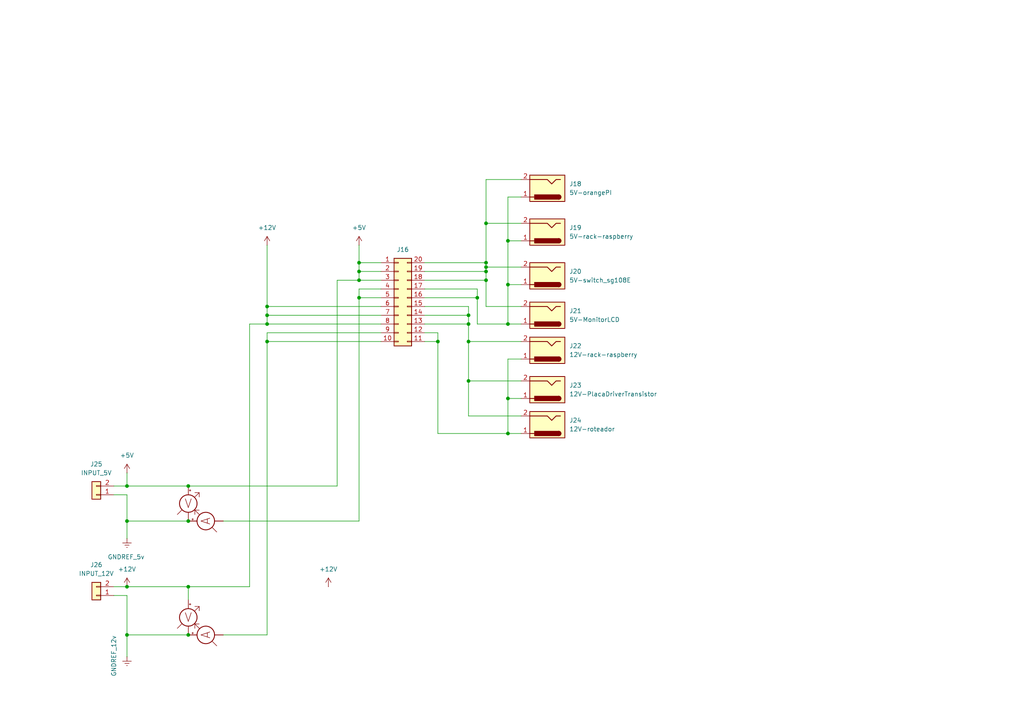
<source format=kicad_sch>
(kicad_sch (version 20250114) (generator "eeschema") (generator_version "9.0")
  (paper "A4")
  (lib_symbols
    (symbol "Connector:Jack-DC" (pin_names (offset 1.016))
      (property "Reference" "J" (at 0 5.334 0))
      (property "Value" "Jack-DC" (at 0 -5.08 0))
      (symbol "Jack-DC_0_1"
        (rectangle (start -5.08 3.81) (end 5.08 -3.81) (stroke (width 0.254)) (fill (type background)))
        (polyline (pts (xy -3.81 -2.54) (xy -2.54 -2.54) (xy -1.27 -1.27) (xy 0 -2.54) (xy 2.54 -2.54) (xy 5.08 -2.54)) (stroke (width 0.254)))
        (arc (start -3.302 1.905) (mid -3.9343 2.54) (end -3.302 3.175) (stroke (width 0.254)))
        (arc (start -3.302 1.905) (mid -3.9343 2.54) (end -3.302 3.175) (stroke (width 0.254)) (fill (type outline)))
        (rectangle (start 3.683 3.175) (end -3.302 1.905) (stroke (width 0.254)) (fill (type outline)))
        (polyline (pts (xy 5.08 2.54) (xy 3.81 2.54)) (stroke (width 0.254)))
      )
      (symbol "Jack-DC_1_1"
        (pin passive line (at 7.62 2.54 180) (length 2.54) (name "~") (number "1"))
        (pin passive line (at 7.62 -2.54 180) (length 2.54) (name "~") (number "2"))
      )
    )
    (symbol "Connector_Generic:Conn_01x02" (pin_names (offset 1.016) (hide yes))
      (property "Reference" "J" (at 0 2.54 0))
      (property "Value" "Conn_01x02" (at 0 -5.08 0))
      (symbol "Conn_01x02_1_1"
        (rectangle (start -1.27 1.27) (end 1.27 -3.81) (stroke (width 0.254)) (fill (type background)))
        (rectangle (start -1.27 0.127) (end 0 -0.127) (stroke (width 0.1524)))
        (rectangle (start -1.27 -2.413) (end 0 -2.667) (stroke (width 0.1524)))
        (pin passive line (at -5.08 0 0) (length 3.81) (name "Pin_1") (number "1"))
        (pin passive line (at -5.08 -2.54 0) (length 3.81) (name "Pin_2") (number "2"))
      )
    )
    (symbol "Connector_Generic:Conn_02x10_Counter_Clockwise" (pin_names (offset 1.016) (hide yes))
      (property "Reference" "J" (at 1.27 12.7 0))
      (property "Value" "Conn_02x10_Counter_Clockwise" (at 1.27 -15.24 0))
      (symbol "Conn_02x10_Counter_Clockwise_1_1"
        (rectangle (start -1.27 11.43) (end 3.81 -13.97) (stroke (width 0.254)) (fill (type background)))
        (rectangle (start -1.27 10.287) (end 0 10.033) (stroke (width 0.1524)))
        (rectangle (start -1.27 7.747) (end 0 7.493) (stroke (width 0.1524)))
        (rectangle (start -1.27 5.207) (end 0 4.953) (stroke (width 0.1524)))
        (rectangle (start -1.27 2.667) (end 0 2.413) (stroke (width 0.1524)))
        (rectangle (start -1.27 0.127) (end 0 -0.127) (stroke (width 0.1524)))
        (rectangle (start -1.27 -2.413) (end 0 -2.667) (stroke (width 0.1524)))
        (rectangle (start -1.27 -4.953) (end 0 -5.207) (stroke (width 0.1524)))
        (rectangle (start -1.27 -7.493) (end 0 -7.747) (stroke (width 0.1524)))
        (rectangle (start -1.27 -10.033) (end 0 -10.287) (stroke (width 0.1524)))
        (rectangle (start -1.27 -12.573) (end 0 -12.827) (stroke (width 0.1524)))
        (rectangle (start 3.81 10.287) (end 2.54 10.033) (stroke (width 0.1524)))
        (rectangle (start 3.81 7.747) (end 2.54 7.493) (stroke (width 0.1524)))
        (rectangle (start 3.81 5.207) (end 2.54 4.953) (stroke (width 0.1524)))
        (rectangle (start 3.81 2.667) (end 2.54 2.413) (stroke (width 0.1524)))
        (rectangle (start 3.81 0.127) (end 2.54 -0.127) (stroke (width 0.1524)))
        (rectangle (start 3.81 -2.413) (end 2.54 -2.667) (stroke (width 0.1524)))
        (rectangle (start 3.81 -4.953) (end 2.54 -5.207) (stroke (width 0.1524)))
        (rectangle (start 3.81 -7.493) (end 2.54 -7.747) (stroke (width 0.1524)))
        (rectangle (start 3.81 -10.033) (end 2.54 -10.287) (stroke (width 0.1524)))
        (rectangle (start 3.81 -12.573) (end 2.54 -12.827) (stroke (width 0.1524)))
        (pin passive line (at -5.08 10.16 0) (length 3.81) (name "Pin_1") (number "1"))
        (pin passive line (at -5.08 7.62 0) (length 3.81) (name "Pin_2") (number "2"))
        (pin passive line (at -5.08 5.08 0) (length 3.81) (name "Pin_3") (number "3"))
        (pin passive line (at -5.08 2.54 0) (length 3.81) (name "Pin_4") (number "4"))
        (pin passive line (at -5.08 0 0) (length 3.81) (name "Pin_5") (number "5"))
        (pin passive line (at -5.08 -2.54 0) (length 3.81) (name "Pin_6") (number "6"))
        (pin passive line (at -5.08 -5.08 0) (length 3.81) (name "Pin_7") (number "7"))
        (pin passive line (at -5.08 -7.62 0) (length 3.81) (name "Pin_8") (number "8"))
        (pin passive line (at -5.08 -10.16 0) (length 3.81) (name "Pin_9") (number "9"))
        (pin passive line (at -5.08 -12.7 0) (length 3.81) (name "Pin_10") (number "10"))
        (pin passive line (at 7.62 10.16 180) (length 3.81) (name "Pin_20") (number "20"))
        (pin passive line (at 7.62 7.62 180) (length 3.81) (name "Pin_19") (number "19"))
        (pin passive line (at 7.62 5.08 180) (length 3.81) (name "Pin_18") (number "18"))
        (pin passive line (at 7.62 2.54 180) (length 3.81) (name "Pin_17") (number "17"))
        (pin passive line (at 7.62 0 180) (length 3.81) (name "Pin_16") (number "16"))
        (pin passive line (at 7.62 -2.54 180) (length 3.81) (name "Pin_15") (number "15"))
        (pin passive line (at 7.62 -5.08 180) (length 3.81) (name "Pin_14") (number "14"))
        (pin passive line (at 7.62 -7.62 180) (length 3.81) (name "Pin_13") (number "13"))
        (pin passive line (at 7.62 -10.16 180) (length 3.81) (name "Pin_12") (number "12"))
        (pin passive line (at 7.62 -12.7 180) (length 3.81) (name "Pin_11") (number "11"))
      )
    )
    (symbol "Device:Ammeter_DC" (pin_numbers (hide yes)) (pin_names (offset 0.0254) (hide yes))
      (property "Reference" "MES" (at -3.302 1.016 0))
      (property "Value" "Ammeter_DC" (at -3.302 -0.762 0))
      (symbol "Ammeter_DC_0_0"
        (polyline (pts (xy -3.175 -3.175) (xy -1.905 -1.905)))
        (polyline (pts (xy 1.905 3.175) (xy 3.175 3.175) (xy 3.175 1.905)))
        (polyline (pts (xy 1.905 1.905) (xy 3.175 3.175)))
        (text "A" (at 0 0 0) (effects (font (size 2.54 2.54))))
      )
      (symbol "Ammeter_DC_0_1"
        (circle (center 0 0) (radius 2.54) (stroke (width 0.254)))
        (polyline (pts (xy 0.254 3.81) (xy 0.762 3.81)))
        (polyline (pts (xy 0.508 4.064) (xy 0.508 3.556)))
      )
      (symbol "Ammeter_DC_1_1"
        (pin passive line (at 0 5.08 270) (length 2.54) (name "+") (number "2"))
        (pin passive line (at 0 -5.08 90) (length 2.54) (name "-") (number "1"))
      )
    )
    (symbol "Device:Voltmeter_DC" (pin_numbers (hide yes)) (pin_names (offset 0.0254) (hide yes))
      (property "Reference" "MES" (at -3.302 1.016 0))
      (property "Value" "Voltmeter_DC" (at -3.302 -0.762 0))
      (symbol "Voltmeter_DC_0_0"
        (polyline (pts (xy -3.175 -3.175) (xy -1.905 -1.905)))
        (polyline (pts (xy 1.905 3.175) (xy 3.175 3.175) (xy 3.175 1.905)))
        (polyline (pts (xy 1.905 1.905) (xy 3.175 3.175)))
        (text "V" (at 0 0 0) (effects (font (size 2.54 2.54))))
      )
      (symbol "Voltmeter_DC_0_1"
        (circle (center 0 0) (radius 2.54) (stroke (width 0.254)))
        (polyline (pts (xy 0.254 3.81) (xy 0.762 3.81)))
        (polyline (pts (xy 0.508 4.064) (xy 0.508 3.556)))
      )
      (symbol "Voltmeter_DC_1_1"
        (pin passive line (at 0 5.08 270) (length 2.54) (name "+") (number "2"))
        (pin passive line (at 0 -5.08 90) (length 2.54) (name "-") (number "1"))
      )
    )
    (symbol "power:+12C" (power) (pin_numbers (hide yes)) (pin_names (offset 0) (hide yes))
      (property "Value" "+12C" (at 0 3.556 0))
      (symbol "+12C_0_1"
        (polyline (pts (xy -0.762 1.27) (xy 0 2.54)))
        (polyline (pts (xy 0 2.54) (xy 0.762 1.27)))
        (polyline (pts (xy 0 0) (xy 0 2.54)))
      )
      (symbol "+12C_1_1"
        (pin power_in line (at 0 0 90) (length 0) (name "~") (number "1"))
      )
    )
    (symbol "power:+5V" (power) (pin_numbers (hide yes)) (pin_names (offset 0) (hide yes))
      (property "Value" "+5V" (at 0 3.556 0))
      (symbol "+5V_0_1"
        (polyline (pts (xy -0.762 1.27) (xy 0 2.54)))
        (polyline (pts (xy 0 2.54) (xy 0.762 1.27)))
        (polyline (pts (xy 0 0) (xy 0 2.54)))
      )
      (symbol "+5V_1_1"
        (pin power_in line (at 0 0 90) (length 0) (name "~") (number "1"))
      )
    )
    (symbol "power:GNDREF" (power) (pin_numbers (hide yes)) (pin_names (offset 0) (hide yes))
      (property "Value" "GNDREF" (at 0 -3.81 0))
      (symbol "GNDREF_0_1"
        (polyline (pts (xy -0.635 -1.905) (xy 0.635 -1.905)))
        (polyline (pts (xy -0.127 -2.54) (xy 0.127 -2.54)))
        (polyline (pts (xy 0 -1.27) (xy 0 0)))
        (polyline (pts (xy 1.27 -1.27) (xy -1.27 -1.27)))
      )
      (symbol "GNDREF_1_1"
        (pin power_in line (at 0 0 270) (length 0) (name "~") (number "1"))
      )
    )
  )
  (junction (at 54.61 184.15))
  (junction (at 36.83 170.18))
  (junction (at 140.97 77.47))
  (junction (at 147.32 125.73))
  (junction (at 140.97 81.28))
  (junction (at 140.97 76.2))
  (junction (at 135.89 110.49))
  (junction (at 104.14 78.74))
  (junction (at 54.61 140.97))
  (junction (at 104.14 81.28))
  (junction (at 77.47 93.98))
  (junction (at 147.32 115.57))
  (junction (at 104.14 86.36))
  (junction (at 77.47 88.9))
  (junction (at 77.47 99.06))
  (junction (at 147.32 69.85))
  (junction (at 147.32 82.55))
  (junction (at 135.89 91.44))
  (junction (at 77.47 91.44))
  (junction (at 127 99.06))
  (junction (at 140.97 64.77))
  (junction (at 36.83 151.13))
  (junction (at 54.61 170.18))
  (junction (at 140.97 78.74))
  (junction (at 104.14 76.2))
  (junction (at 135.89 99.06))
  (junction (at 135.89 93.98))
  (junction (at 54.61 151.13))
  (junction (at 36.83 184.15))
  (junction (at 147.32 93.98))
  (junction (at 138.43 86.36))
  (junction (at 36.83 140.97))
  (wire (pts (xy 147.32 57.15) (xy 147.32 69.85)))
  (wire (pts (xy 77.47 99.06) (xy 77.47 184.15)))
  (wire (pts (xy 36.83 184.15) (xy 54.61 184.15)))
  (wire (pts (xy 77.47 93.98) (xy 77.47 91.44)))
  (wire (pts (xy 110.49 81.28) (xy 104.14 81.28)))
  (wire (pts (xy 140.97 64.77) (xy 151.13 64.77)))
  (wire (pts (xy 140.97 64.77) (xy 140.97 52.07)))
  (wire (pts (xy 110.49 93.98) (xy 77.47 93.98)))
  (wire (pts (xy 77.47 88.9) (xy 77.47 71.12)))
  (wire (pts (xy 147.32 115.57) (xy 151.13 115.57)))
  (wire (pts (xy 36.83 140.97) (xy 36.83 137.16)))
  (wire (pts (xy 140.97 76.2) (xy 140.97 64.77)))
  (wire (pts (xy 138.43 86.36) (xy 138.43 93.98)))
  (wire (pts (xy 110.49 91.44) (xy 77.47 91.44)))
  (wire (pts (xy 33.02 143.51) (xy 36.83 143.51)))
  (wire (pts (xy 147.32 69.85) (xy 147.32 82.55)))
  (wire (pts (xy 104.14 76.2) (xy 110.49 76.2)))
  (wire (pts (xy 77.47 91.44) (xy 77.47 88.9)))
  (wire (pts (xy 104.14 83.82) (xy 110.49 83.82)))
  (wire (pts (xy 123.19 96.52) (xy 127 96.52)))
  (wire (pts (xy 135.89 110.49) (xy 135.89 99.06)))
  (wire (pts (xy 135.89 120.65) (xy 135.89 110.49)))
  (wire (pts (xy 127 99.06) (xy 127 125.73)))
  (wire (pts (xy 77.47 96.52) (xy 110.49 96.52)))
  (wire (pts (xy 104.14 71.12) (xy 104.14 76.2)))
  (wire (pts (xy 123.19 81.28) (xy 140.97 81.28)))
  (wire (pts (xy 140.97 77.47) (xy 140.97 76.2)))
  (wire (pts (xy 123.19 76.2) (xy 140.97 76.2)))
  (wire (pts (xy 151.13 82.55) (xy 147.32 82.55)))
  (wire (pts (xy 135.89 93.98) (xy 135.89 99.06)))
  (wire (pts (xy 64.77 184.15) (xy 77.47 184.15)))
  (wire (pts (xy 151.13 104.14) (xy 147.32 104.14)))
  (wire (pts (xy 151.13 88.9) (xy 140.97 88.9)))
  (wire (pts (xy 33.02 140.97) (xy 36.83 140.97)))
  (wire (pts (xy 147.32 125.73) (xy 151.13 125.73)))
  (wire (pts (xy 36.83 156.21) (xy 36.83 151.13)))
  (wire (pts (xy 140.97 52.07) (xy 151.13 52.07)))
  (wire (pts (xy 104.14 86.36) (xy 110.49 86.36)))
  (wire (pts (xy 140.97 77.47) (xy 151.13 77.47)))
  (wire (pts (xy 147.32 69.85) (xy 151.13 69.85)))
  (wire (pts (xy 140.97 88.9) (xy 140.97 81.28)))
  (wire (pts (xy 123.19 78.74) (xy 140.97 78.74)))
  (wire (pts (xy 36.83 140.97) (xy 54.61 140.97)))
  (wire (pts (xy 151.13 120.65) (xy 135.89 120.65)))
  (wire (pts (xy 33.02 170.18) (xy 36.83 170.18)))
  (wire (pts (xy 123.19 83.82) (xy 138.43 83.82)))
  (wire (pts (xy 36.83 170.18) (xy 54.61 170.18)))
  (wire (pts (xy 135.89 91.44) (xy 135.89 93.98)))
  (wire (pts (xy 97.79 140.97) (xy 97.79 81.28)))
  (wire (pts (xy 147.32 115.57) (xy 147.32 125.73)))
  (wire (pts (xy 104.14 78.74) (xy 110.49 78.74)))
  (wire (pts (xy 97.79 81.28) (xy 104.14 81.28)))
  (wire (pts (xy 72.39 170.18) (xy 72.39 93.98)))
  (wire (pts (xy 104.14 76.2) (xy 104.14 78.74)))
  (wire (pts (xy 36.83 143.51) (xy 36.83 151.13)))
  (wire (pts (xy 104.14 78.74) (xy 104.14 81.28)))
  (wire (pts (xy 151.13 93.98) (xy 147.32 93.98)))
  (wire (pts (xy 151.13 57.15) (xy 147.32 57.15)))
  (wire (pts (xy 54.61 140.97) (xy 97.79 140.97)))
  (wire (pts (xy 77.47 99.06) (xy 77.47 96.52)))
  (wire (pts (xy 123.19 86.36) (xy 138.43 86.36)))
  (wire (pts (xy 127 125.73) (xy 147.32 125.73)))
  (wire (pts (xy 104.14 86.36) (xy 104.14 151.13)))
  (wire (pts (xy 123.19 99.06) (xy 127 99.06)))
  (wire (pts (xy 110.49 88.9) (xy 77.47 88.9)))
  (wire (pts (xy 140.97 78.74) (xy 140.97 77.47)))
  (wire (pts (xy 140.97 81.28) (xy 140.97 78.74)))
  (wire (pts (xy 54.61 170.18) (xy 72.39 170.18)))
  (wire (pts (xy 36.83 184.15) (xy 36.83 190.5)))
  (wire (pts (xy 77.47 99.06) (xy 110.49 99.06)))
  (wire (pts (xy 54.61 170.18) (xy 54.61 173.99)))
  (wire (pts (xy 33.02 172.72) (xy 36.83 172.72)))
  (wire (pts (xy 147.32 104.14) (xy 147.32 115.57)))
  (wire (pts (xy 151.13 110.49) (xy 135.89 110.49)))
  (wire (pts (xy 64.77 151.13) (xy 104.14 151.13)))
  (wire (pts (xy 135.89 99.06) (xy 151.13 99.06)))
  (wire (pts (xy 36.83 151.13) (xy 54.61 151.13)))
  (wire (pts (xy 135.89 88.9) (xy 135.89 91.44)))
  (wire (pts (xy 127 96.52) (xy 127 99.06)))
  (wire (pts (xy 104.14 86.36) (xy 104.14 83.82)))
  (wire (pts (xy 123.19 88.9) (xy 135.89 88.9)))
  (wire (pts (xy 147.32 93.98) (xy 147.32 82.55)))
  (wire (pts (xy 36.83 172.72) (xy 36.83 184.15)))
  (wire (pts (xy 123.19 93.98) (xy 135.89 93.98)))
  (wire (pts (xy 72.39 93.98) (xy 77.47 93.98)))
  (wire (pts (xy 138.43 93.98) (xy 147.32 93.98)))
  (wire (pts (xy 138.43 83.82) (xy 138.43 86.36)))
  (wire (pts (xy 123.19 91.44) (xy 135.89 91.44)))
  (symbol (lib_id "power:+5V") (at 36.83 137.16 0) (unit 1)
    (property "Reference" "#PWR019" (effects (hide yes)))
    (property "Value" "+5V" (at 36.83 132.08 0))
    (property "Description" "Power symbol creates a global label with name \"+5V\"" (effects (hide yes)))
  )
  (symbol (lib_id "Connector:Jack-DC") (at 158.75 67.31 180) (unit 1)
    (property "Reference" "J19" (at 165.1 66.0399 0) (effects (justify right)))
    (property "Value" "5V-rack-raspberry" (at 165.1 68.5799 0) (effects (justify right)))
    (property "Description" "DC Barrel Jack" (effects (hide yes)))
  )
  (symbol (lib_id "Connector:Jack-DC") (at 158.75 91.44 180) (unit 1)
    (property "Reference" "J21" (at 165.1 90.1699 0) (effects (justify right)))
    (property "Value" "5V-MonitorLCD" (at 165.1 92.7099 0) (effects (justify right)))
    (property "Description" "DC Barrel Jack" (effects (hide yes)))
  )
  (symbol (lib_id "power:+12C") (at 36.83 170.18 0) (unit 1)
    (property "Reference" "#PWR018" (effects (hide yes)))
    (property "Value" "+12V" (at 36.83 165.1 0))
    (property "Description" "Power symbol creates a global label with name \"+12C\"" (effects (hide yes)))
  )
  (symbol (lib_id "Device:Voltmeter_DC") (at 54.61 179.07 0) (unit 1)
    (property "Reference" "MES2" (effects (hide yes)))
    (property "Value" "Voltmeter_DC" (effects (hide yes)))
    (property "Description" "DC voltmeter" (effects (hide yes)))
  )
  (symbol (lib_id "power:GNDREF") (at 36.83 156.21 0) (unit 1)
    (property "Reference" "#PWR015" (effects (hide yes)))
    (property "Value" "GNDREF_5v" (at 36.576 161.544 0))
    (property "Description" "Power symbol creates a global label with name \"GNDREF\" , reference supply ground" (effects (hide yes)))
  )
  (symbol (lib_id "Device:Voltmeter_DC") (at 54.61 146.05 0) (unit 1)
    (property "Reference" "MES1" (effects (hide yes)))
    (property "Value" "Voltmeter_DC" (effects (hide yes)))
    (property "Description" "DC voltmeter" (effects (hide yes)))
  )
  (symbol (lib_id "power:+12C") (at 77.47 71.12 0) (unit 1)
    (property "Reference" "#PWR013" (effects (hide yes)))
    (property "Value" "+12V" (at 77.47 66.04 0))
    (property "Description" "Power symbol creates a global label with name \"+12C\"" (effects (hide yes)))
  )
  (symbol (lib_id "Connector:Jack-DC") (at 158.75 123.19 180) (unit 1)
    (property "Reference" "J24" (at 165.1 121.9199 0) (effects (justify right)))
    (property "Value" "12V-roteador" (at 165.1 124.4599 0) (effects (justify right)))
    (property "Description" "DC Barrel Jack" (effects (hide yes)))
  )
  (symbol (lib_id "Connector:Jack-DC") (at 158.75 113.03 180) (unit 1)
    (property "Reference" "J23" (at 165.1 111.7599 0) (effects (justify right)))
    (property "Value" "12V-PlacaDriverTransistor" (at 165.1 114.2999 0) (effects (justify right)))
    (property "Description" "DC Barrel Jack" (effects (hide yes)))
  )
  (symbol (lib_id "Connector:Jack-DC") (at 158.75 101.6 180) (unit 1)
    (property "Reference" "J22" (at 165.1 100.3299 0) (effects (justify right)))
    (property "Value" "12V-rack-raspberry" (at 165.1 102.8699 0) (effects (justify right)))
    (property "Description" "DC Barrel Jack" (effects (hide yes)))
  )
  (symbol (lib_id "Device:Ammeter_DC") (at 59.69 151.13 90) (unit 1)
    (property "Reference" "MES3" (effects (hide yes)))
    (property "Value" "Ammeter_DC" (effects (hide yes)))
    (property "Description" "DC ammeter" (effects (hide yes)))
  )
  (symbol (lib_id "Device:Ammeter_DC") (at 59.69 184.15 90) (unit 1)
    (property "Reference" "MES4" (effects (hide yes)))
    (property "Value" "Ammeter_DC" (effects (hide yes)))
    (property "Description" "DC ammeter" (effects (hide yes)))
  )
  (symbol (lib_id "Connector_Generic:Conn_02x10_Counter_Clockwise") (at 115.57 86.36 0) (unit 1)
    (property "Reference" "J16" (at 116.84 72.39 0))
    (property "Value" "Conn_02x10_Counter_Clockwise" (effects (hide yes)))
    (property "Description" "Generic connector, double row, 02x10, counter clockwise pin numbering scheme (similar to DIP package numbering), script generated (kicad-library-utils/schlib/autogen/connector/)" (effects (hide yes)))
  )
  (symbol (lib_id "power:GNDREF") (at 36.83 190.5 0) (unit 1)
    (property "Reference" "#PWR014" (effects (hide yes)))
    (property "Value" "GNDREF_12v" (at 33.02 190.246 90))
    (property "Description" "Power symbol creates a global label with name \"GNDREF\" , reference supply ground" (effects (hide yes)))
  )
  (symbol (lib_id "Connector_Generic:Conn_01x02") (at 27.94 143.51 180) (unit 1)
    (property "Reference" "J25" (at 27.94 134.62 0))
    (property "Value" "INPUT_5V" (at 27.94 137.16 0))
    (property "Description" "Generic connector, single row, 01x02, script generated (kicad-library-utils/schlib/autogen/connector/)" (effects (hide yes)))
  )
  (symbol (lib_id "Connector_Generic:Conn_01x02") (at 27.94 172.72 180) (unit 1)
    (property "Reference" "J26" (at 27.94 163.83 0))
    (property "Value" "INPUT_12V" (at 27.94 166.37 0))
    (property "Description" "Generic connector, single row, 01x02, script generated (kicad-library-utils/schlib/autogen/connector/)" (effects (hide yes)))
  )
  (symbol (lib_id "power:+12C") (at 95.25 170.18 0) (unit 1)
    (property "Reference" "#PWR016" (effects (hide yes)))
    (property "Value" "+12V" (at 95.25 165.1 0))
    (property "Description" "Power symbol creates a global label with name \"+12C\"" (effects (hide yes)))
  )
  (symbol (lib_id "power:+5V") (at 104.14 71.12 0) (unit 1)
    (property "Reference" "#PWR012" (effects (hide yes)))
    (property "Value" "+5V" (at 104.14 66.04 0))
    (property "Description" "Power symbol creates a global label with name \"+5V\"" (effects (hide yes)))
  )
  (symbol (lib_id "Connector:Jack-DC") (at 158.75 54.61 180) (unit 1)
    (property "Reference" "J18" (at 165.1 53.3399 0) (effects (justify right)))
    (property "Value" "5V-orangePI" (at 165.1 55.8799 0) (effects (justify right)))
    (property "Description" "DC Barrel Jack" (effects (hide yes)))
  )
  (symbol (lib_id "Connector:Jack-DC") (at 158.75 80.01 180) (unit 1)
    (property "Reference" "J20" (at 165.1 78.7399 0) (effects (justify right)))
    (property "Value" "5V-switch_sg108E" (at 165.1 81.2799 0) (effects (justify right)))
    (property "Description" "DC Barrel Jack" (effects (hide yes)))
  )
)
</source>
